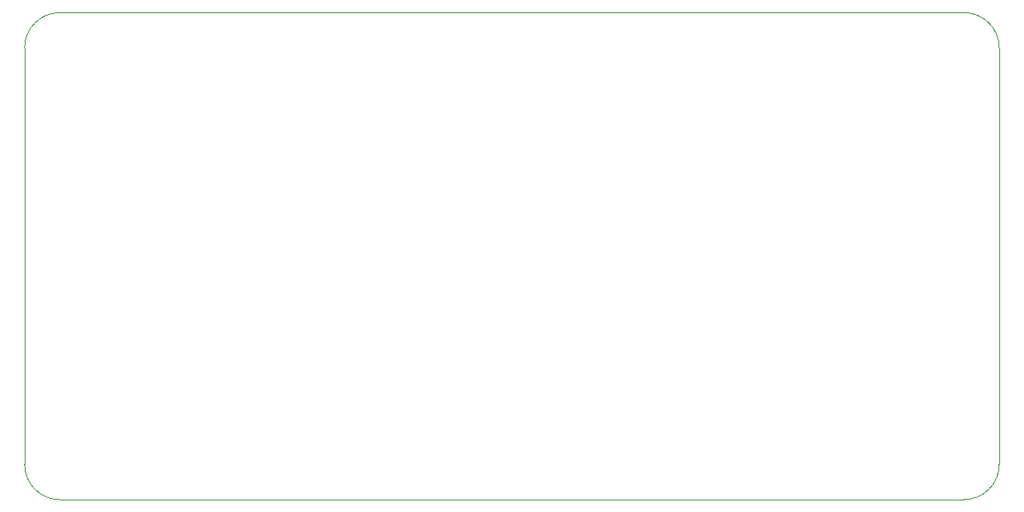
<source format=gbr>
%TF.GenerationSoftware,KiCad,Pcbnew,8.0.4*%
%TF.CreationDate,2024-09-09T16:31:10-03:00*%
%TF.ProjectId,Esquem_tico_V1,45737175-656d-4e17-9469-636f5f56312e,rev?*%
%TF.SameCoordinates,Original*%
%TF.FileFunction,Profile,NP*%
%FSLAX46Y46*%
G04 Gerber Fmt 4.6, Leading zero omitted, Abs format (unit mm)*
G04 Created by KiCad (PCBNEW 8.0.4) date 2024-09-09 16:31:10*
%MOMM*%
%LPD*%
G01*
G04 APERTURE LIST*
%TA.AperFunction,Profile*%
%ADD10C,0.050000*%
%TD*%
G04 APERTURE END LIST*
D10*
X105650000Y-112120000D02*
G75*
G02*
X102050000Y-108520000I0J3600000D01*
G01*
X105650000Y-112120000D02*
X198450000Y-112120000D01*
X102050000Y-65720000D02*
G75*
G02*
X105650000Y-62120000I3600000J0D01*
G01*
X202050000Y-108520000D02*
G75*
G02*
X198450000Y-112120000I-3600000J0D01*
G01*
X102050000Y-108520000D02*
X102050000Y-65720000D01*
X105650000Y-62120000D02*
X198450000Y-62120000D01*
X198450000Y-62120000D02*
G75*
G02*
X202050000Y-65720000I0J-3600000D01*
G01*
X202050000Y-65720000D02*
X202050000Y-108520000D01*
M02*

</source>
